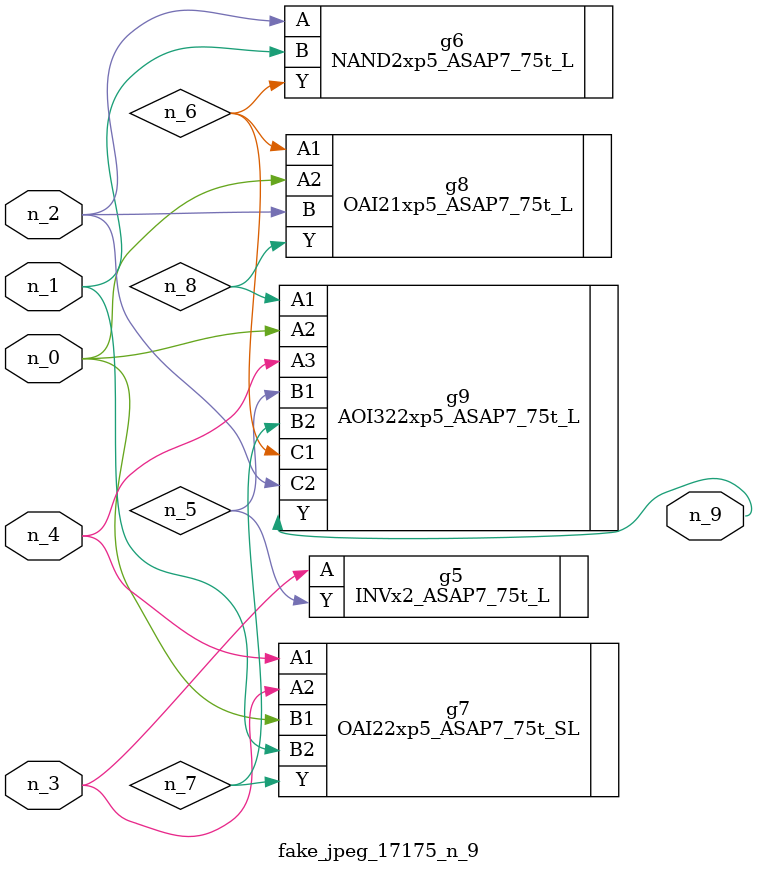
<source format=v>
module fake_jpeg_17175_n_9 (n_3, n_2, n_1, n_0, n_4, n_9);

input n_3;
input n_2;
input n_1;
input n_0;
input n_4;

output n_9;

wire n_8;
wire n_6;
wire n_5;
wire n_7;

INVx2_ASAP7_75t_L g5 ( 
.A(n_3),
.Y(n_5)
);

NAND2xp5_ASAP7_75t_L g6 ( 
.A(n_2),
.B(n_1),
.Y(n_6)
);

OAI22xp5_ASAP7_75t_SL g7 ( 
.A1(n_4),
.A2(n_3),
.B1(n_0),
.B2(n_1),
.Y(n_7)
);

OAI21xp5_ASAP7_75t_L g8 ( 
.A1(n_6),
.A2(n_0),
.B(n_2),
.Y(n_8)
);

AOI322xp5_ASAP7_75t_L g9 ( 
.A1(n_8),
.A2(n_0),
.A3(n_4),
.B1(n_5),
.B2(n_7),
.C1(n_6),
.C2(n_2),
.Y(n_9)
);


endmodule
</source>
